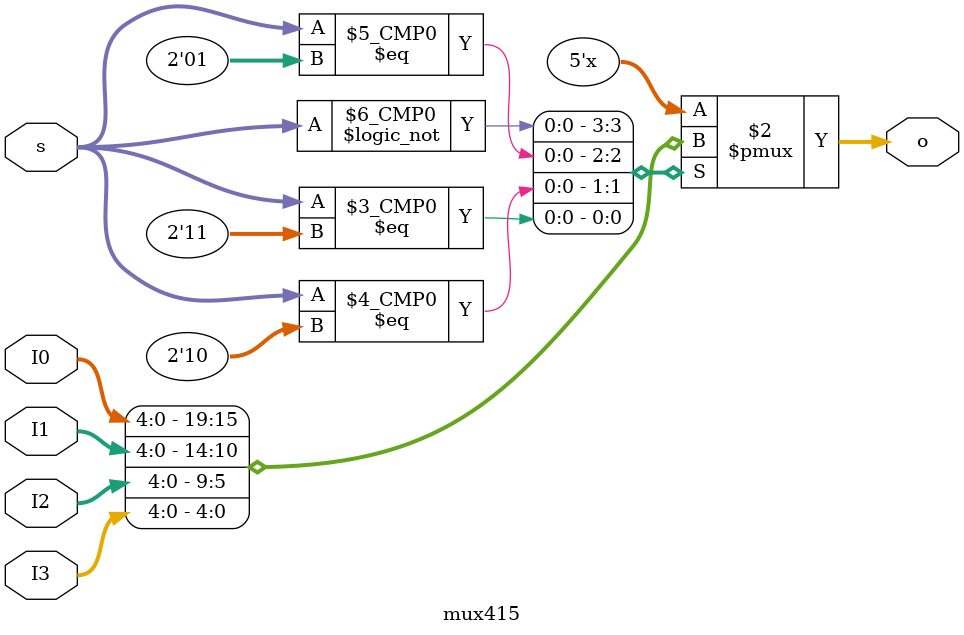
<source format=v>
`timescale 1ns / 1ps


module mux415(input [4:0] I0,
              input [4:0] I1,
              input [4:0] I2,
              input [4:0] I3,
              input [1:0]s,
              output reg [4:0] o);

always @(*) begin
    case (s)
        2'h0: o = I0;
        2'h1: o = I1;
        2'h2: o = I2;
        2'h3: o = I3;
        default:;
    endcase
end

endmodule

</source>
